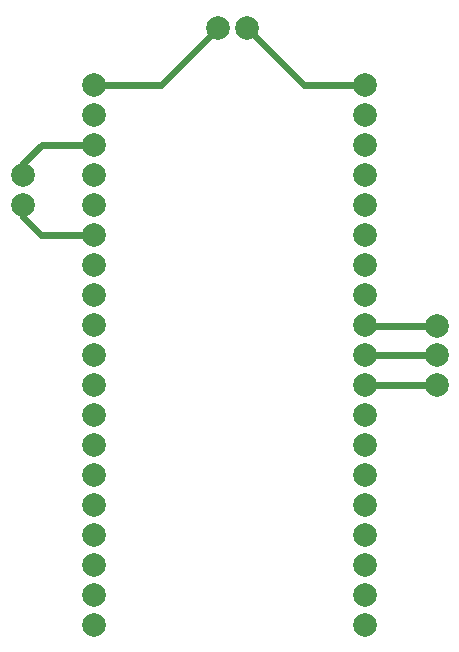
<source format=gbr>
%TF.GenerationSoftware,KiCad,Pcbnew,9.0.2*%
%TF.CreationDate,2025-11-10T23:28:56-03:00*%
%TF.ProjectId,ESP32_Sensores,45535033-325f-4536-956e-736f7265732e,rev?*%
%TF.SameCoordinates,Original*%
%TF.FileFunction,Copper,L1,Top*%
%TF.FilePolarity,Positive*%
%FSLAX46Y46*%
G04 Gerber Fmt 4.6, Leading zero omitted, Abs format (unit mm)*
G04 Created by KiCad (PCBNEW 9.0.2) date 2025-11-10 23:28:56*
%MOMM*%
%LPD*%
G01*
G04 APERTURE LIST*
%TA.AperFunction,ComponentPad*%
%ADD10C,2.000000*%
%TD*%
%TA.AperFunction,Conductor*%
%ADD11C,0.600000*%
%TD*%
G04 APERTURE END LIST*
D10*
%TO.P,REF\u002A\u002A,1*%
%TO.N,N/C*%
X145053796Y-85258945D03*
%TO.P,REF\u002A\u002A,2*%
X145053796Y-82758945D03*
%TO.P,REF\u002A\u002A,3*%
X145053796Y-80258945D03*
%TD*%
%TO.P,REF\u002A\u002A,1*%
%TO.N,N/C*%
X110000000Y-67500000D03*
%TO.P,REF\u002A\u002A,2*%
X110000000Y-70000000D03*
%TD*%
%TO.P,J2,1,Pin_1*%
%TO.N,N/C*%
X129000000Y-55000000D03*
%TO.P,J2,2,Pin_2*%
X126500000Y-55000000D03*
%TD*%
%TO.P,REF\u002A\u002A,1*%
%TO.N,N/C*%
X139000000Y-59830000D03*
%TO.P,REF\u002A\u002A,2*%
X139000000Y-62370000D03*
%TO.P,REF\u002A\u002A,3*%
X139000000Y-64910000D03*
%TO.P,REF\u002A\u002A,4*%
X139000000Y-67450000D03*
%TO.P,REF\u002A\u002A,5*%
X139000000Y-69990000D03*
%TO.P,REF\u002A\u002A,6*%
X139000000Y-72530000D03*
%TO.P,REF\u002A\u002A,7*%
X139000000Y-75070000D03*
%TO.P,REF\u002A\u002A,8*%
X139000000Y-77610000D03*
%TO.P,REF\u002A\u002A,9*%
X139000000Y-80150000D03*
%TO.P,REF\u002A\u002A,10*%
X139000000Y-82690000D03*
%TO.P,REF\u002A\u002A,11*%
X139000000Y-85230000D03*
%TO.P,REF\u002A\u002A,12*%
X139000000Y-87770000D03*
%TO.P,REF\u002A\u002A,13*%
X139000000Y-90310000D03*
%TO.P,REF\u002A\u002A,14*%
X139000000Y-92850000D03*
%TO.P,REF\u002A\u002A,15*%
X139000000Y-95390000D03*
%TO.P,REF\u002A\u002A,16*%
X139000000Y-97930000D03*
%TO.P,REF\u002A\u002A,17*%
X139000000Y-100470000D03*
%TO.P,REF\u002A\u002A,18*%
X139000000Y-103010000D03*
%TO.P,REF\u002A\u002A,19*%
X139000000Y-105550000D03*
%TD*%
%TO.P,REF\u002A\u002A,1*%
%TO.N,N/C*%
X116000000Y-59830000D03*
%TO.P,REF\u002A\u002A,2*%
X116000000Y-62370000D03*
%TO.P,REF\u002A\u002A,3*%
X116000000Y-64910000D03*
%TO.P,REF\u002A\u002A,4*%
X116000000Y-67450000D03*
%TO.P,REF\u002A\u002A,5*%
X116000000Y-69990000D03*
%TO.P,REF\u002A\u002A,6*%
X116000000Y-72530000D03*
%TO.P,REF\u002A\u002A,7*%
X116000000Y-75070000D03*
%TO.P,REF\u002A\u002A,8*%
X116000000Y-77610000D03*
%TO.P,REF\u002A\u002A,9*%
X116000000Y-80150000D03*
%TO.P,REF\u002A\u002A,10*%
X116000000Y-82690000D03*
%TO.P,REF\u002A\u002A,11*%
X116000000Y-85230000D03*
%TO.P,REF\u002A\u002A,12*%
X116000000Y-87770000D03*
%TO.P,REF\u002A\u002A,13*%
X116000000Y-90310000D03*
%TO.P,REF\u002A\u002A,14*%
X116000000Y-92850000D03*
%TO.P,REF\u002A\u002A,15*%
X116000000Y-95390000D03*
%TO.P,REF\u002A\u002A,16*%
X116000000Y-97930000D03*
%TO.P,REF\u002A\u002A,17*%
X116000000Y-100470000D03*
%TO.P,REF\u002A\u002A,18*%
X116000000Y-103010000D03*
%TO.P,REF\u002A\u002A,19*%
X116000000Y-105550000D03*
%TD*%
D11*
%TO.N,*%
X139108945Y-80258945D02*
X139000000Y-80150000D01*
X145053796Y-80258945D02*
X139108945Y-80258945D01*
X139068945Y-82758945D02*
X139000000Y-82690000D01*
X145053796Y-82758945D02*
X139068945Y-82758945D01*
X145053796Y-85258945D02*
X139028945Y-85258945D01*
X139028945Y-85258945D02*
X139000000Y-85230000D01*
X110000000Y-67500000D02*
X110000000Y-66500000D01*
X110000000Y-71000000D02*
X110000000Y-70000000D01*
X111530000Y-72530000D02*
X110000000Y-71000000D01*
X116000000Y-72530000D02*
X111530000Y-72530000D01*
X111590000Y-64910000D02*
X116000000Y-64910000D01*
X110000000Y-66500000D02*
X111590000Y-64910000D01*
X133830000Y-59830000D02*
X139000000Y-59830000D01*
X129000000Y-55000000D02*
X133830000Y-59830000D01*
X121670000Y-59830000D02*
X126500000Y-55000000D01*
X116000000Y-59830000D02*
X121670000Y-59830000D01*
%TD*%
M02*

</source>
